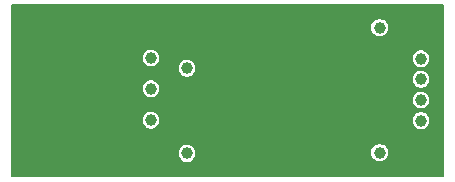
<source format=gbr>
G04 #@! TF.GenerationSoftware,KiCad,Pcbnew,(5.1.9)-1*
G04 #@! TF.CreationDate,2021-08-28T05:16:06+03:00*
G04 #@! TF.ProjectId,BANO3,42414e4f-332e-46b6-9963-61645f706362,0000*
G04 #@! TF.SameCoordinates,Original*
G04 #@! TF.FileFunction,Copper,L2,Bot*
G04 #@! TF.FilePolarity,Positive*
%FSLAX46Y46*%
G04 Gerber Fmt 4.6, Leading zero omitted, Abs format (unit mm)*
G04 Created by KiCad (PCBNEW (5.1.9)-1) date 2021-08-28 05:16:06*
%MOMM*%
%LPD*%
G01*
G04 APERTURE LIST*
G04 #@! TA.AperFunction,ComponentPad*
%ADD10C,1.000000*%
G04 #@! TD*
G04 #@! TA.AperFunction,ComponentPad*
%ADD11C,2.500000*%
G04 #@! TD*
G04 #@! TA.AperFunction,Conductor*
%ADD12C,0.200000*%
G04 #@! TD*
G04 #@! TA.AperFunction,Conductor*
%ADD13C,0.100000*%
G04 #@! TD*
G04 APERTURE END LIST*
D10*
X1051610800Y-1000556800D03*
X1028750800Y-999617000D03*
X1028750800Y-1002258600D03*
X1028750800Y-997000600D03*
X1048105600Y-994435400D03*
X1031798800Y-997864400D03*
X1051610800Y-997077000D03*
X1051610800Y-1002309200D03*
X1051610800Y-998804200D03*
X1048105600Y-1005027200D03*
X1031798800Y-1005077800D03*
D11*
X1028725400Y-1005332000D03*
X1051610800Y-1005357400D03*
X1028725400Y-994156000D03*
X1051610800Y-994181400D03*
D12*
X1053488600Y-1007028400D02*
X1016988600Y-1007028400D01*
X1016988600Y-1004999007D01*
X1030998800Y-1004999007D01*
X1030998800Y-1005156593D01*
X1031029543Y-1005311151D01*
X1031089849Y-1005456742D01*
X1031177399Y-1005587770D01*
X1031288830Y-1005699201D01*
X1031419858Y-1005786751D01*
X1031565449Y-1005847057D01*
X1031720007Y-1005877800D01*
X1031877593Y-1005877800D01*
X1032032151Y-1005847057D01*
X1032177742Y-1005786751D01*
X1032308770Y-1005699201D01*
X1032420201Y-1005587770D01*
X1032507751Y-1005456742D01*
X1032568057Y-1005311151D01*
X1032598800Y-1005156593D01*
X1032598800Y-1004999007D01*
X1032588736Y-1004948407D01*
X1047305600Y-1004948407D01*
X1047305600Y-1005105993D01*
X1047336343Y-1005260551D01*
X1047396649Y-1005406142D01*
X1047484199Y-1005537170D01*
X1047595630Y-1005648601D01*
X1047726658Y-1005736151D01*
X1047872249Y-1005796457D01*
X1048026807Y-1005827200D01*
X1048184393Y-1005827200D01*
X1048338951Y-1005796457D01*
X1048484542Y-1005736151D01*
X1048615570Y-1005648601D01*
X1048727001Y-1005537170D01*
X1048814551Y-1005406142D01*
X1048874857Y-1005260551D01*
X1048905600Y-1005105993D01*
X1048905600Y-1004948407D01*
X1048874857Y-1004793849D01*
X1048814551Y-1004648258D01*
X1048727001Y-1004517230D01*
X1048615570Y-1004405799D01*
X1048484542Y-1004318249D01*
X1048338951Y-1004257943D01*
X1048184393Y-1004227200D01*
X1048026807Y-1004227200D01*
X1047872249Y-1004257943D01*
X1047726658Y-1004318249D01*
X1047595630Y-1004405799D01*
X1047484199Y-1004517230D01*
X1047396649Y-1004648258D01*
X1047336343Y-1004793849D01*
X1047305600Y-1004948407D01*
X1032588736Y-1004948407D01*
X1032568057Y-1004844449D01*
X1032507751Y-1004698858D01*
X1032420201Y-1004567830D01*
X1032308770Y-1004456399D01*
X1032177742Y-1004368849D01*
X1032032151Y-1004308543D01*
X1031877593Y-1004277800D01*
X1031720007Y-1004277800D01*
X1031565449Y-1004308543D01*
X1031419858Y-1004368849D01*
X1031288830Y-1004456399D01*
X1031177399Y-1004567830D01*
X1031089849Y-1004698858D01*
X1031029543Y-1004844449D01*
X1030998800Y-1004999007D01*
X1016988600Y-1004999007D01*
X1016988600Y-1002179807D01*
X1027950800Y-1002179807D01*
X1027950800Y-1002337393D01*
X1027981543Y-1002491951D01*
X1028041849Y-1002637542D01*
X1028129399Y-1002768570D01*
X1028240830Y-1002880001D01*
X1028371858Y-1002967551D01*
X1028517449Y-1003027857D01*
X1028672007Y-1003058600D01*
X1028829593Y-1003058600D01*
X1028984151Y-1003027857D01*
X1029129742Y-1002967551D01*
X1029260770Y-1002880001D01*
X1029372201Y-1002768570D01*
X1029459751Y-1002637542D01*
X1029520057Y-1002491951D01*
X1029550800Y-1002337393D01*
X1029550800Y-1002230407D01*
X1050810800Y-1002230407D01*
X1050810800Y-1002387993D01*
X1050841543Y-1002542551D01*
X1050901849Y-1002688142D01*
X1050989399Y-1002819170D01*
X1051100830Y-1002930601D01*
X1051231858Y-1003018151D01*
X1051377449Y-1003078457D01*
X1051532007Y-1003109200D01*
X1051689593Y-1003109200D01*
X1051844151Y-1003078457D01*
X1051989742Y-1003018151D01*
X1052120770Y-1002930601D01*
X1052232201Y-1002819170D01*
X1052319751Y-1002688142D01*
X1052380057Y-1002542551D01*
X1052410800Y-1002387993D01*
X1052410800Y-1002230407D01*
X1052380057Y-1002075849D01*
X1052319751Y-1001930258D01*
X1052232201Y-1001799230D01*
X1052120770Y-1001687799D01*
X1051989742Y-1001600249D01*
X1051844151Y-1001539943D01*
X1051689593Y-1001509200D01*
X1051532007Y-1001509200D01*
X1051377449Y-1001539943D01*
X1051231858Y-1001600249D01*
X1051100830Y-1001687799D01*
X1050989399Y-1001799230D01*
X1050901849Y-1001930258D01*
X1050841543Y-1002075849D01*
X1050810800Y-1002230407D01*
X1029550800Y-1002230407D01*
X1029550800Y-1002179807D01*
X1029520057Y-1002025249D01*
X1029459751Y-1001879658D01*
X1029372201Y-1001748630D01*
X1029260770Y-1001637199D01*
X1029129742Y-1001549649D01*
X1028984151Y-1001489343D01*
X1028829593Y-1001458600D01*
X1028672007Y-1001458600D01*
X1028517449Y-1001489343D01*
X1028371858Y-1001549649D01*
X1028240830Y-1001637199D01*
X1028129399Y-1001748630D01*
X1028041849Y-1001879658D01*
X1027981543Y-1002025249D01*
X1027950800Y-1002179807D01*
X1016988600Y-1002179807D01*
X1016988600Y-1000478007D01*
X1050810800Y-1000478007D01*
X1050810800Y-1000635593D01*
X1050841543Y-1000790151D01*
X1050901849Y-1000935742D01*
X1050989399Y-1001066770D01*
X1051100830Y-1001178201D01*
X1051231858Y-1001265751D01*
X1051377449Y-1001326057D01*
X1051532007Y-1001356800D01*
X1051689593Y-1001356800D01*
X1051844151Y-1001326057D01*
X1051989742Y-1001265751D01*
X1052120770Y-1001178201D01*
X1052232201Y-1001066770D01*
X1052319751Y-1000935742D01*
X1052380057Y-1000790151D01*
X1052410800Y-1000635593D01*
X1052410800Y-1000478007D01*
X1052380057Y-1000323449D01*
X1052319751Y-1000177858D01*
X1052232201Y-1000046830D01*
X1052120770Y-999935399D01*
X1051989742Y-999847849D01*
X1051844151Y-999787543D01*
X1051689593Y-999756800D01*
X1051532007Y-999756800D01*
X1051377449Y-999787543D01*
X1051231858Y-999847849D01*
X1051100830Y-999935399D01*
X1050989399Y-1000046830D01*
X1050901849Y-1000177858D01*
X1050841543Y-1000323449D01*
X1050810800Y-1000478007D01*
X1016988600Y-1000478007D01*
X1016988600Y-999538207D01*
X1027950800Y-999538207D01*
X1027950800Y-999695793D01*
X1027981543Y-999850351D01*
X1028041849Y-999995942D01*
X1028129399Y-1000126970D01*
X1028240830Y-1000238401D01*
X1028371858Y-1000325951D01*
X1028517449Y-1000386257D01*
X1028672007Y-1000417000D01*
X1028829593Y-1000417000D01*
X1028984151Y-1000386257D01*
X1029129742Y-1000325951D01*
X1029260770Y-1000238401D01*
X1029372201Y-1000126970D01*
X1029459751Y-999995942D01*
X1029520057Y-999850351D01*
X1029550800Y-999695793D01*
X1029550800Y-999538207D01*
X1029520057Y-999383649D01*
X1029459751Y-999238058D01*
X1029372201Y-999107030D01*
X1029260770Y-998995599D01*
X1029129742Y-998908049D01*
X1028984151Y-998847743D01*
X1028829593Y-998817000D01*
X1028672007Y-998817000D01*
X1028517449Y-998847743D01*
X1028371858Y-998908049D01*
X1028240830Y-998995599D01*
X1028129399Y-999107030D01*
X1028041849Y-999238058D01*
X1027981543Y-999383649D01*
X1027950800Y-999538207D01*
X1016988600Y-999538207D01*
X1016988600Y-998725407D01*
X1050810800Y-998725407D01*
X1050810800Y-998882993D01*
X1050841543Y-999037551D01*
X1050901849Y-999183142D01*
X1050989399Y-999314170D01*
X1051100830Y-999425601D01*
X1051231858Y-999513151D01*
X1051377449Y-999573457D01*
X1051532007Y-999604200D01*
X1051689593Y-999604200D01*
X1051844151Y-999573457D01*
X1051989742Y-999513151D01*
X1052120770Y-999425601D01*
X1052232201Y-999314170D01*
X1052319751Y-999183142D01*
X1052380057Y-999037551D01*
X1052410800Y-998882993D01*
X1052410800Y-998725407D01*
X1052380057Y-998570849D01*
X1052319751Y-998425258D01*
X1052232201Y-998294230D01*
X1052120770Y-998182799D01*
X1051989742Y-998095249D01*
X1051844151Y-998034943D01*
X1051689593Y-998004200D01*
X1051532007Y-998004200D01*
X1051377449Y-998034943D01*
X1051231858Y-998095249D01*
X1051100830Y-998182799D01*
X1050989399Y-998294230D01*
X1050901849Y-998425258D01*
X1050841543Y-998570849D01*
X1050810800Y-998725407D01*
X1016988600Y-998725407D01*
X1016988600Y-996921807D01*
X1027950800Y-996921807D01*
X1027950800Y-997079393D01*
X1027981543Y-997233951D01*
X1028041849Y-997379542D01*
X1028129399Y-997510570D01*
X1028240830Y-997622001D01*
X1028371858Y-997709551D01*
X1028517449Y-997769857D01*
X1028672007Y-997800600D01*
X1028829593Y-997800600D01*
X1028904969Y-997785607D01*
X1030998800Y-997785607D01*
X1030998800Y-997943193D01*
X1031029543Y-998097751D01*
X1031089849Y-998243342D01*
X1031177399Y-998374370D01*
X1031288830Y-998485801D01*
X1031419858Y-998573351D01*
X1031565449Y-998633657D01*
X1031720007Y-998664400D01*
X1031877593Y-998664400D01*
X1032032151Y-998633657D01*
X1032177742Y-998573351D01*
X1032308770Y-998485801D01*
X1032420201Y-998374370D01*
X1032507751Y-998243342D01*
X1032568057Y-998097751D01*
X1032598800Y-997943193D01*
X1032598800Y-997785607D01*
X1032568057Y-997631049D01*
X1032507751Y-997485458D01*
X1032420201Y-997354430D01*
X1032308770Y-997242999D01*
X1032177742Y-997155449D01*
X1032032151Y-997095143D01*
X1031877593Y-997064400D01*
X1031720007Y-997064400D01*
X1031565449Y-997095143D01*
X1031419858Y-997155449D01*
X1031288830Y-997242999D01*
X1031177399Y-997354430D01*
X1031089849Y-997485458D01*
X1031029543Y-997631049D01*
X1030998800Y-997785607D01*
X1028904969Y-997785607D01*
X1028984151Y-997769857D01*
X1029129742Y-997709551D01*
X1029260770Y-997622001D01*
X1029372201Y-997510570D01*
X1029459751Y-997379542D01*
X1029520057Y-997233951D01*
X1029550800Y-997079393D01*
X1029550800Y-996998207D01*
X1050810800Y-996998207D01*
X1050810800Y-997155793D01*
X1050841543Y-997310351D01*
X1050901849Y-997455942D01*
X1050989399Y-997586970D01*
X1051100830Y-997698401D01*
X1051231858Y-997785951D01*
X1051377449Y-997846257D01*
X1051532007Y-997877000D01*
X1051689593Y-997877000D01*
X1051844151Y-997846257D01*
X1051989742Y-997785951D01*
X1052120770Y-997698401D01*
X1052232201Y-997586970D01*
X1052319751Y-997455942D01*
X1052380057Y-997310351D01*
X1052410800Y-997155793D01*
X1052410800Y-996998207D01*
X1052380057Y-996843649D01*
X1052319751Y-996698058D01*
X1052232201Y-996567030D01*
X1052120770Y-996455599D01*
X1051989742Y-996368049D01*
X1051844151Y-996307743D01*
X1051689593Y-996277000D01*
X1051532007Y-996277000D01*
X1051377449Y-996307743D01*
X1051231858Y-996368049D01*
X1051100830Y-996455599D01*
X1050989399Y-996567030D01*
X1050901849Y-996698058D01*
X1050841543Y-996843649D01*
X1050810800Y-996998207D01*
X1029550800Y-996998207D01*
X1029550800Y-996921807D01*
X1029520057Y-996767249D01*
X1029459751Y-996621658D01*
X1029372201Y-996490630D01*
X1029260770Y-996379199D01*
X1029129742Y-996291649D01*
X1028984151Y-996231343D01*
X1028829593Y-996200600D01*
X1028672007Y-996200600D01*
X1028517449Y-996231343D01*
X1028371858Y-996291649D01*
X1028240830Y-996379199D01*
X1028129399Y-996490630D01*
X1028041849Y-996621658D01*
X1027981543Y-996767249D01*
X1027950800Y-996921807D01*
X1016988600Y-996921807D01*
X1016988600Y-994356607D01*
X1047305600Y-994356607D01*
X1047305600Y-994514193D01*
X1047336343Y-994668751D01*
X1047396649Y-994814342D01*
X1047484199Y-994945370D01*
X1047595630Y-995056801D01*
X1047726658Y-995144351D01*
X1047872249Y-995204657D01*
X1048026807Y-995235400D01*
X1048184393Y-995235400D01*
X1048338951Y-995204657D01*
X1048484542Y-995144351D01*
X1048615570Y-995056801D01*
X1048727001Y-994945370D01*
X1048814551Y-994814342D01*
X1048874857Y-994668751D01*
X1048905600Y-994514193D01*
X1048905600Y-994356607D01*
X1048874857Y-994202049D01*
X1048814551Y-994056458D01*
X1048727001Y-993925430D01*
X1048615570Y-993813999D01*
X1048484542Y-993726449D01*
X1048338951Y-993666143D01*
X1048184393Y-993635400D01*
X1048026807Y-993635400D01*
X1047872249Y-993666143D01*
X1047726658Y-993726449D01*
X1047595630Y-993813999D01*
X1047484199Y-993925430D01*
X1047396649Y-994056458D01*
X1047336343Y-994202049D01*
X1047305600Y-994356607D01*
X1016988600Y-994356607D01*
X1016988600Y-992528400D01*
X1053488601Y-992528400D01*
X1053488600Y-1007028400D01*
G04 #@! TA.AperFunction,Conductor*
D13*
G36*
X1053488600Y-1007028400D02*
G01*
X1016988600Y-1007028400D01*
X1016988600Y-1004999007D01*
X1030998800Y-1004999007D01*
X1030998800Y-1005156593D01*
X1031029543Y-1005311151D01*
X1031089849Y-1005456742D01*
X1031177399Y-1005587770D01*
X1031288830Y-1005699201D01*
X1031419858Y-1005786751D01*
X1031565449Y-1005847057D01*
X1031720007Y-1005877800D01*
X1031877593Y-1005877800D01*
X1032032151Y-1005847057D01*
X1032177742Y-1005786751D01*
X1032308770Y-1005699201D01*
X1032420201Y-1005587770D01*
X1032507751Y-1005456742D01*
X1032568057Y-1005311151D01*
X1032598800Y-1005156593D01*
X1032598800Y-1004999007D01*
X1032588736Y-1004948407D01*
X1047305600Y-1004948407D01*
X1047305600Y-1005105993D01*
X1047336343Y-1005260551D01*
X1047396649Y-1005406142D01*
X1047484199Y-1005537170D01*
X1047595630Y-1005648601D01*
X1047726658Y-1005736151D01*
X1047872249Y-1005796457D01*
X1048026807Y-1005827200D01*
X1048184393Y-1005827200D01*
X1048338951Y-1005796457D01*
X1048484542Y-1005736151D01*
X1048615570Y-1005648601D01*
X1048727001Y-1005537170D01*
X1048814551Y-1005406142D01*
X1048874857Y-1005260551D01*
X1048905600Y-1005105993D01*
X1048905600Y-1004948407D01*
X1048874857Y-1004793849D01*
X1048814551Y-1004648258D01*
X1048727001Y-1004517230D01*
X1048615570Y-1004405799D01*
X1048484542Y-1004318249D01*
X1048338951Y-1004257943D01*
X1048184393Y-1004227200D01*
X1048026807Y-1004227200D01*
X1047872249Y-1004257943D01*
X1047726658Y-1004318249D01*
X1047595630Y-1004405799D01*
X1047484199Y-1004517230D01*
X1047396649Y-1004648258D01*
X1047336343Y-1004793849D01*
X1047305600Y-1004948407D01*
X1032588736Y-1004948407D01*
X1032568057Y-1004844449D01*
X1032507751Y-1004698858D01*
X1032420201Y-1004567830D01*
X1032308770Y-1004456399D01*
X1032177742Y-1004368849D01*
X1032032151Y-1004308543D01*
X1031877593Y-1004277800D01*
X1031720007Y-1004277800D01*
X1031565449Y-1004308543D01*
X1031419858Y-1004368849D01*
X1031288830Y-1004456399D01*
X1031177399Y-1004567830D01*
X1031089849Y-1004698858D01*
X1031029543Y-1004844449D01*
X1030998800Y-1004999007D01*
X1016988600Y-1004999007D01*
X1016988600Y-1002179807D01*
X1027950800Y-1002179807D01*
X1027950800Y-1002337393D01*
X1027981543Y-1002491951D01*
X1028041849Y-1002637542D01*
X1028129399Y-1002768570D01*
X1028240830Y-1002880001D01*
X1028371858Y-1002967551D01*
X1028517449Y-1003027857D01*
X1028672007Y-1003058600D01*
X1028829593Y-1003058600D01*
X1028984151Y-1003027857D01*
X1029129742Y-1002967551D01*
X1029260770Y-1002880001D01*
X1029372201Y-1002768570D01*
X1029459751Y-1002637542D01*
X1029520057Y-1002491951D01*
X1029550800Y-1002337393D01*
X1029550800Y-1002230407D01*
X1050810800Y-1002230407D01*
X1050810800Y-1002387993D01*
X1050841543Y-1002542551D01*
X1050901849Y-1002688142D01*
X1050989399Y-1002819170D01*
X1051100830Y-1002930601D01*
X1051231858Y-1003018151D01*
X1051377449Y-1003078457D01*
X1051532007Y-1003109200D01*
X1051689593Y-1003109200D01*
X1051844151Y-1003078457D01*
X1051989742Y-1003018151D01*
X1052120770Y-1002930601D01*
X1052232201Y-1002819170D01*
X1052319751Y-1002688142D01*
X1052380057Y-1002542551D01*
X1052410800Y-1002387993D01*
X1052410800Y-1002230407D01*
X1052380057Y-1002075849D01*
X1052319751Y-1001930258D01*
X1052232201Y-1001799230D01*
X1052120770Y-1001687799D01*
X1051989742Y-1001600249D01*
X1051844151Y-1001539943D01*
X1051689593Y-1001509200D01*
X1051532007Y-1001509200D01*
X1051377449Y-1001539943D01*
X1051231858Y-1001600249D01*
X1051100830Y-1001687799D01*
X1050989399Y-1001799230D01*
X1050901849Y-1001930258D01*
X1050841543Y-1002075849D01*
X1050810800Y-1002230407D01*
X1029550800Y-1002230407D01*
X1029550800Y-1002179807D01*
X1029520057Y-1002025249D01*
X1029459751Y-1001879658D01*
X1029372201Y-1001748630D01*
X1029260770Y-1001637199D01*
X1029129742Y-1001549649D01*
X1028984151Y-1001489343D01*
X1028829593Y-1001458600D01*
X1028672007Y-1001458600D01*
X1028517449Y-1001489343D01*
X1028371858Y-1001549649D01*
X1028240830Y-1001637199D01*
X1028129399Y-1001748630D01*
X1028041849Y-1001879658D01*
X1027981543Y-1002025249D01*
X1027950800Y-1002179807D01*
X1016988600Y-1002179807D01*
X1016988600Y-1000478007D01*
X1050810800Y-1000478007D01*
X1050810800Y-1000635593D01*
X1050841543Y-1000790151D01*
X1050901849Y-1000935742D01*
X1050989399Y-1001066770D01*
X1051100830Y-1001178201D01*
X1051231858Y-1001265751D01*
X1051377449Y-1001326057D01*
X1051532007Y-1001356800D01*
X1051689593Y-1001356800D01*
X1051844151Y-1001326057D01*
X1051989742Y-1001265751D01*
X1052120770Y-1001178201D01*
X1052232201Y-1001066770D01*
X1052319751Y-1000935742D01*
X1052380057Y-1000790151D01*
X1052410800Y-1000635593D01*
X1052410800Y-1000478007D01*
X1052380057Y-1000323449D01*
X1052319751Y-1000177858D01*
X1052232201Y-1000046830D01*
X1052120770Y-999935399D01*
X1051989742Y-999847849D01*
X1051844151Y-999787543D01*
X1051689593Y-999756800D01*
X1051532007Y-999756800D01*
X1051377449Y-999787543D01*
X1051231858Y-999847849D01*
X1051100830Y-999935399D01*
X1050989399Y-1000046830D01*
X1050901849Y-1000177858D01*
X1050841543Y-1000323449D01*
X1050810800Y-1000478007D01*
X1016988600Y-1000478007D01*
X1016988600Y-999538207D01*
X1027950800Y-999538207D01*
X1027950800Y-999695793D01*
X1027981543Y-999850351D01*
X1028041849Y-999995942D01*
X1028129399Y-1000126970D01*
X1028240830Y-1000238401D01*
X1028371858Y-1000325951D01*
X1028517449Y-1000386257D01*
X1028672007Y-1000417000D01*
X1028829593Y-1000417000D01*
X1028984151Y-1000386257D01*
X1029129742Y-1000325951D01*
X1029260770Y-1000238401D01*
X1029372201Y-1000126970D01*
X1029459751Y-999995942D01*
X1029520057Y-999850351D01*
X1029550800Y-999695793D01*
X1029550800Y-999538207D01*
X1029520057Y-999383649D01*
X1029459751Y-999238058D01*
X1029372201Y-999107030D01*
X1029260770Y-998995599D01*
X1029129742Y-998908049D01*
X1028984151Y-998847743D01*
X1028829593Y-998817000D01*
X1028672007Y-998817000D01*
X1028517449Y-998847743D01*
X1028371858Y-998908049D01*
X1028240830Y-998995599D01*
X1028129399Y-999107030D01*
X1028041849Y-999238058D01*
X1027981543Y-999383649D01*
X1027950800Y-999538207D01*
X1016988600Y-999538207D01*
X1016988600Y-998725407D01*
X1050810800Y-998725407D01*
X1050810800Y-998882993D01*
X1050841543Y-999037551D01*
X1050901849Y-999183142D01*
X1050989399Y-999314170D01*
X1051100830Y-999425601D01*
X1051231858Y-999513151D01*
X1051377449Y-999573457D01*
X1051532007Y-999604200D01*
X1051689593Y-999604200D01*
X1051844151Y-999573457D01*
X1051989742Y-999513151D01*
X1052120770Y-999425601D01*
X1052232201Y-999314170D01*
X1052319751Y-999183142D01*
X1052380057Y-999037551D01*
X1052410800Y-998882993D01*
X1052410800Y-998725407D01*
X1052380057Y-998570849D01*
X1052319751Y-998425258D01*
X1052232201Y-998294230D01*
X1052120770Y-998182799D01*
X1051989742Y-998095249D01*
X1051844151Y-998034943D01*
X1051689593Y-998004200D01*
X1051532007Y-998004200D01*
X1051377449Y-998034943D01*
X1051231858Y-998095249D01*
X1051100830Y-998182799D01*
X1050989399Y-998294230D01*
X1050901849Y-998425258D01*
X1050841543Y-998570849D01*
X1050810800Y-998725407D01*
X1016988600Y-998725407D01*
X1016988600Y-996921807D01*
X1027950800Y-996921807D01*
X1027950800Y-997079393D01*
X1027981543Y-997233951D01*
X1028041849Y-997379542D01*
X1028129399Y-997510570D01*
X1028240830Y-997622001D01*
X1028371858Y-997709551D01*
X1028517449Y-997769857D01*
X1028672007Y-997800600D01*
X1028829593Y-997800600D01*
X1028904969Y-997785607D01*
X1030998800Y-997785607D01*
X1030998800Y-997943193D01*
X1031029543Y-998097751D01*
X1031089849Y-998243342D01*
X1031177399Y-998374370D01*
X1031288830Y-998485801D01*
X1031419858Y-998573351D01*
X1031565449Y-998633657D01*
X1031720007Y-998664400D01*
X1031877593Y-998664400D01*
X1032032151Y-998633657D01*
X1032177742Y-998573351D01*
X1032308770Y-998485801D01*
X1032420201Y-998374370D01*
X1032507751Y-998243342D01*
X1032568057Y-998097751D01*
X1032598800Y-997943193D01*
X1032598800Y-997785607D01*
X1032568057Y-997631049D01*
X1032507751Y-997485458D01*
X1032420201Y-997354430D01*
X1032308770Y-997242999D01*
X1032177742Y-997155449D01*
X1032032151Y-997095143D01*
X1031877593Y-997064400D01*
X1031720007Y-997064400D01*
X1031565449Y-997095143D01*
X1031419858Y-997155449D01*
X1031288830Y-997242999D01*
X1031177399Y-997354430D01*
X1031089849Y-997485458D01*
X1031029543Y-997631049D01*
X1030998800Y-997785607D01*
X1028904969Y-997785607D01*
X1028984151Y-997769857D01*
X1029129742Y-997709551D01*
X1029260770Y-997622001D01*
X1029372201Y-997510570D01*
X1029459751Y-997379542D01*
X1029520057Y-997233951D01*
X1029550800Y-997079393D01*
X1029550800Y-996998207D01*
X1050810800Y-996998207D01*
X1050810800Y-997155793D01*
X1050841543Y-997310351D01*
X1050901849Y-997455942D01*
X1050989399Y-997586970D01*
X1051100830Y-997698401D01*
X1051231858Y-997785951D01*
X1051377449Y-997846257D01*
X1051532007Y-997877000D01*
X1051689593Y-997877000D01*
X1051844151Y-997846257D01*
X1051989742Y-997785951D01*
X1052120770Y-997698401D01*
X1052232201Y-997586970D01*
X1052319751Y-997455942D01*
X1052380057Y-997310351D01*
X1052410800Y-997155793D01*
X1052410800Y-996998207D01*
X1052380057Y-996843649D01*
X1052319751Y-996698058D01*
X1052232201Y-996567030D01*
X1052120770Y-996455599D01*
X1051989742Y-996368049D01*
X1051844151Y-996307743D01*
X1051689593Y-996277000D01*
X1051532007Y-996277000D01*
X1051377449Y-996307743D01*
X1051231858Y-996368049D01*
X1051100830Y-996455599D01*
X1050989399Y-996567030D01*
X1050901849Y-996698058D01*
X1050841543Y-996843649D01*
X1050810800Y-996998207D01*
X1029550800Y-996998207D01*
X1029550800Y-996921807D01*
X1029520057Y-996767249D01*
X1029459751Y-996621658D01*
X1029372201Y-996490630D01*
X1029260770Y-996379199D01*
X1029129742Y-996291649D01*
X1028984151Y-996231343D01*
X1028829593Y-996200600D01*
X1028672007Y-996200600D01*
X1028517449Y-996231343D01*
X1028371858Y-996291649D01*
X1028240830Y-996379199D01*
X1028129399Y-996490630D01*
X1028041849Y-996621658D01*
X1027981543Y-996767249D01*
X1027950800Y-996921807D01*
X1016988600Y-996921807D01*
X1016988600Y-994356607D01*
X1047305600Y-994356607D01*
X1047305600Y-994514193D01*
X1047336343Y-994668751D01*
X1047396649Y-994814342D01*
X1047484199Y-994945370D01*
X1047595630Y-995056801D01*
X1047726658Y-995144351D01*
X1047872249Y-995204657D01*
X1048026807Y-995235400D01*
X1048184393Y-995235400D01*
X1048338951Y-995204657D01*
X1048484542Y-995144351D01*
X1048615570Y-995056801D01*
X1048727001Y-994945370D01*
X1048814551Y-994814342D01*
X1048874857Y-994668751D01*
X1048905600Y-994514193D01*
X1048905600Y-994356607D01*
X1048874857Y-994202049D01*
X1048814551Y-994056458D01*
X1048727001Y-993925430D01*
X1048615570Y-993813999D01*
X1048484542Y-993726449D01*
X1048338951Y-993666143D01*
X1048184393Y-993635400D01*
X1048026807Y-993635400D01*
X1047872249Y-993666143D01*
X1047726658Y-993726449D01*
X1047595630Y-993813999D01*
X1047484199Y-993925430D01*
X1047396649Y-994056458D01*
X1047336343Y-994202049D01*
X1047305600Y-994356607D01*
X1016988600Y-994356607D01*
X1016988600Y-992528400D01*
X1053488601Y-992528400D01*
X1053488600Y-1007028400D01*
G37*
G04 #@! TD.AperFunction*
M02*

</source>
